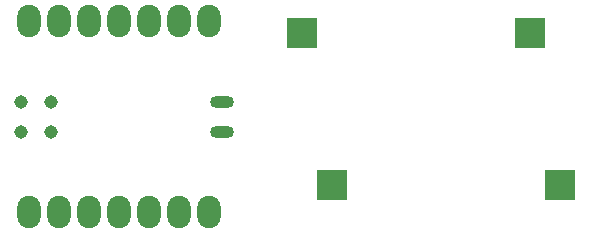
<source format=gbr>
G04 #@! TF.GenerationSoftware,KiCad,Pcbnew,8.0.6*
G04 #@! TF.CreationDate,2025-06-27T19:48:10+01:00*
G04 #@! TF.ProjectId,2x1,3278312e-6b69-4636-9164-5f7063625858,0.1*
G04 #@! TF.SameCoordinates,Original*
G04 #@! TF.FileFunction,Paste,Bot*
G04 #@! TF.FilePolarity,Positive*
%FSLAX46Y46*%
G04 Gerber Fmt 4.6, Leading zero omitted, Abs format (unit mm)*
G04 Created by KiCad (PCBNEW 8.0.6) date 2025-06-27 19:48:10*
%MOMM*%
%LPD*%
G01*
G04 APERTURE LIST*
%ADD10R,2.500000X2.550000*%
%ADD11O,1.998980X2.748280*%
%ADD12O,2.032000X1.016000*%
%ADD13C,1.143000*%
G04 APERTURE END LIST*
D10*
X124543942Y-56415000D03*
X127083942Y-69342000D03*
X105196876Y-56415000D03*
X107736876Y-69342000D03*
D11*
X82112942Y-55450000D03*
X84652942Y-55450000D03*
X87192942Y-55450000D03*
X89732942Y-55450000D03*
X92272942Y-55450000D03*
X94812942Y-55450000D03*
X97352942Y-55450000D03*
X97352942Y-71614560D03*
X94812942Y-71614560D03*
X92272942Y-71614560D03*
X89732942Y-71614560D03*
X87192942Y-71614560D03*
X84652942Y-71614560D03*
X82112942Y-71614560D03*
D12*
X98430762Y-62316880D03*
X98430762Y-64866880D03*
D13*
X81426575Y-62315683D03*
X81426575Y-64855683D03*
X83966575Y-62315683D03*
X83966575Y-64855683D03*
M02*

</source>
